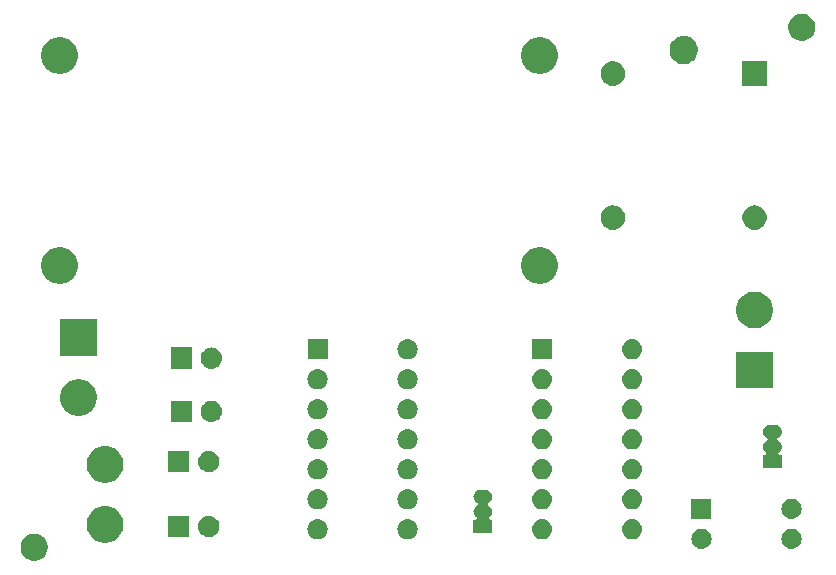
<source format=gbr>
G04 #@! TF.GenerationSoftware,KiCad,Pcbnew,(5.0.1)-3*
G04 #@! TF.CreationDate,2021-02-17T13:04:12+05:45*
G04 #@! TF.ProjectId,Logic-circuit,4C6F6769632D636972637569742E6B69,rev?*
G04 #@! TF.SameCoordinates,Original*
G04 #@! TF.FileFunction,Soldermask,Bot*
G04 #@! TF.FilePolarity,Negative*
%FSLAX46Y46*%
G04 Gerber Fmt 4.6, Leading zero omitted, Abs format (unit mm)*
G04 Created by KiCad (PCBNEW (5.0.1)-3) date 2/17/2021 1:04:12 PM*
%MOMM*%
%LPD*%
G01*
G04 APERTURE LIST*
%ADD10C,0.100000*%
G04 APERTURE END LIST*
D10*
G36*
X59335734Y-92893232D02*
X59545202Y-92979996D01*
X59733723Y-93105962D01*
X59894038Y-93266277D01*
X60020004Y-93454798D01*
X60106768Y-93664266D01*
X60151000Y-93886635D01*
X60151000Y-94113365D01*
X60106768Y-94335734D01*
X60020004Y-94545202D01*
X59894038Y-94733723D01*
X59733723Y-94894038D01*
X59545202Y-95020004D01*
X59335734Y-95106768D01*
X59113365Y-95151000D01*
X58886635Y-95151000D01*
X58664266Y-95106768D01*
X58454798Y-95020004D01*
X58266277Y-94894038D01*
X58105962Y-94733723D01*
X57979996Y-94545202D01*
X57893232Y-94335734D01*
X57849000Y-94113365D01*
X57849000Y-93886635D01*
X57893232Y-93664266D01*
X57979996Y-93454798D01*
X58105962Y-93266277D01*
X58266277Y-93105962D01*
X58454798Y-92979996D01*
X58664266Y-92893232D01*
X58886635Y-92849000D01*
X59113365Y-92849000D01*
X59335734Y-92893232D01*
X59335734Y-92893232D01*
G37*
G36*
X123286821Y-92451313D02*
X123286824Y-92451314D01*
X123286825Y-92451314D01*
X123447239Y-92499975D01*
X123447241Y-92499976D01*
X123447244Y-92499977D01*
X123595078Y-92578995D01*
X123724659Y-92685341D01*
X123831005Y-92814922D01*
X123910023Y-92962756D01*
X123910024Y-92962759D01*
X123910025Y-92962761D01*
X123942163Y-93068707D01*
X123958687Y-93123179D01*
X123975117Y-93290000D01*
X123958687Y-93456821D01*
X123910023Y-93617244D01*
X123831005Y-93765078D01*
X123724659Y-93894659D01*
X123595078Y-94001005D01*
X123447244Y-94080023D01*
X123447241Y-94080024D01*
X123447239Y-94080025D01*
X123286825Y-94128686D01*
X123286824Y-94128686D01*
X123286821Y-94128687D01*
X123161804Y-94141000D01*
X123078196Y-94141000D01*
X122953179Y-94128687D01*
X122953176Y-94128686D01*
X122953175Y-94128686D01*
X122792761Y-94080025D01*
X122792759Y-94080024D01*
X122792756Y-94080023D01*
X122644922Y-94001005D01*
X122515341Y-93894659D01*
X122408995Y-93765078D01*
X122329977Y-93617244D01*
X122281313Y-93456821D01*
X122264883Y-93290000D01*
X122281313Y-93123179D01*
X122297837Y-93068707D01*
X122329975Y-92962761D01*
X122329976Y-92962759D01*
X122329977Y-92962756D01*
X122408995Y-92814922D01*
X122515341Y-92685341D01*
X122644922Y-92578995D01*
X122792756Y-92499977D01*
X122792759Y-92499976D01*
X122792761Y-92499975D01*
X122953175Y-92451314D01*
X122953176Y-92451314D01*
X122953179Y-92451313D01*
X123078196Y-92439000D01*
X123161804Y-92439000D01*
X123286821Y-92451313D01*
X123286821Y-92451313D01*
G37*
G36*
X115666821Y-92451313D02*
X115666824Y-92451314D01*
X115666825Y-92451314D01*
X115827239Y-92499975D01*
X115827241Y-92499976D01*
X115827244Y-92499977D01*
X115975078Y-92578995D01*
X116104659Y-92685341D01*
X116211005Y-92814922D01*
X116290023Y-92962756D01*
X116290024Y-92962759D01*
X116290025Y-92962761D01*
X116322163Y-93068707D01*
X116338687Y-93123179D01*
X116355117Y-93290000D01*
X116338687Y-93456821D01*
X116290023Y-93617244D01*
X116211005Y-93765078D01*
X116104659Y-93894659D01*
X115975078Y-94001005D01*
X115827244Y-94080023D01*
X115827241Y-94080024D01*
X115827239Y-94080025D01*
X115666825Y-94128686D01*
X115666824Y-94128686D01*
X115666821Y-94128687D01*
X115541804Y-94141000D01*
X115458196Y-94141000D01*
X115333179Y-94128687D01*
X115333176Y-94128686D01*
X115333175Y-94128686D01*
X115172761Y-94080025D01*
X115172759Y-94080024D01*
X115172756Y-94080023D01*
X115024922Y-94001005D01*
X114895341Y-93894659D01*
X114788995Y-93765078D01*
X114709977Y-93617244D01*
X114661313Y-93456821D01*
X114644883Y-93290000D01*
X114661313Y-93123179D01*
X114677837Y-93068707D01*
X114709975Y-92962761D01*
X114709976Y-92962759D01*
X114709977Y-92962756D01*
X114788995Y-92814922D01*
X114895341Y-92685341D01*
X115024922Y-92578995D01*
X115172756Y-92499977D01*
X115172759Y-92499976D01*
X115172761Y-92499975D01*
X115333175Y-92451314D01*
X115333176Y-92451314D01*
X115333179Y-92451313D01*
X115458196Y-92439000D01*
X115541804Y-92439000D01*
X115666821Y-92451313D01*
X115666821Y-92451313D01*
G37*
G36*
X65281757Y-90554659D02*
X65452410Y-90588604D01*
X65734674Y-90705521D01*
X65988705Y-90875259D01*
X66204741Y-91091295D01*
X66374479Y-91345326D01*
X66491396Y-91627590D01*
X66505794Y-91699975D01*
X66551000Y-91927238D01*
X66551000Y-92232762D01*
X66533015Y-92323179D01*
X66491396Y-92532410D01*
X66374479Y-92814674D01*
X66204741Y-93068705D01*
X65988705Y-93284741D01*
X65734674Y-93454479D01*
X65452410Y-93571396D01*
X65352527Y-93591264D01*
X65152762Y-93631000D01*
X64847238Y-93631000D01*
X64647473Y-93591264D01*
X64547590Y-93571396D01*
X64265326Y-93454479D01*
X64011295Y-93284741D01*
X63795259Y-93068705D01*
X63625521Y-92814674D01*
X63508604Y-92532410D01*
X63466985Y-92323179D01*
X63449000Y-92232762D01*
X63449000Y-91927238D01*
X63494206Y-91699975D01*
X63508604Y-91627590D01*
X63625521Y-91345326D01*
X63795259Y-91091295D01*
X64011295Y-90875259D01*
X64265326Y-90705521D01*
X64547590Y-90588604D01*
X64718243Y-90554659D01*
X64847238Y-90529000D01*
X65152762Y-90529000D01*
X65281757Y-90554659D01*
X65281757Y-90554659D01*
G37*
G36*
X90786821Y-91651313D02*
X90786824Y-91651314D01*
X90786825Y-91651314D01*
X90947239Y-91699975D01*
X90947241Y-91699976D01*
X90947244Y-91699977D01*
X91095078Y-91778995D01*
X91224659Y-91885341D01*
X91331005Y-92014922D01*
X91410023Y-92162756D01*
X91410024Y-92162759D01*
X91410025Y-92162761D01*
X91458686Y-92323175D01*
X91458687Y-92323179D01*
X91475117Y-92490000D01*
X91458687Y-92656821D01*
X91458686Y-92656824D01*
X91458686Y-92656825D01*
X91410728Y-92814922D01*
X91410023Y-92817244D01*
X91331005Y-92965078D01*
X91224659Y-93094659D01*
X91095078Y-93201005D01*
X90947244Y-93280023D01*
X90947241Y-93280024D01*
X90947239Y-93280025D01*
X90786825Y-93328686D01*
X90786824Y-93328686D01*
X90786821Y-93328687D01*
X90661804Y-93341000D01*
X90578196Y-93341000D01*
X90453179Y-93328687D01*
X90453176Y-93328686D01*
X90453175Y-93328686D01*
X90292761Y-93280025D01*
X90292759Y-93280024D01*
X90292756Y-93280023D01*
X90144922Y-93201005D01*
X90015341Y-93094659D01*
X89908995Y-92965078D01*
X89829977Y-92817244D01*
X89829273Y-92814922D01*
X89781314Y-92656825D01*
X89781314Y-92656824D01*
X89781313Y-92656821D01*
X89764883Y-92490000D01*
X89781313Y-92323179D01*
X89781314Y-92323175D01*
X89829975Y-92162761D01*
X89829976Y-92162759D01*
X89829977Y-92162756D01*
X89908995Y-92014922D01*
X90015341Y-91885341D01*
X90144922Y-91778995D01*
X90292756Y-91699977D01*
X90292759Y-91699976D01*
X90292761Y-91699975D01*
X90453175Y-91651314D01*
X90453176Y-91651314D01*
X90453179Y-91651313D01*
X90578196Y-91639000D01*
X90661804Y-91639000D01*
X90786821Y-91651313D01*
X90786821Y-91651313D01*
G37*
G36*
X109786821Y-91651313D02*
X109786824Y-91651314D01*
X109786825Y-91651314D01*
X109947239Y-91699975D01*
X109947241Y-91699976D01*
X109947244Y-91699977D01*
X110095078Y-91778995D01*
X110224659Y-91885341D01*
X110331005Y-92014922D01*
X110410023Y-92162756D01*
X110410024Y-92162759D01*
X110410025Y-92162761D01*
X110458686Y-92323175D01*
X110458687Y-92323179D01*
X110475117Y-92490000D01*
X110458687Y-92656821D01*
X110458686Y-92656824D01*
X110458686Y-92656825D01*
X110410728Y-92814922D01*
X110410023Y-92817244D01*
X110331005Y-92965078D01*
X110224659Y-93094659D01*
X110095078Y-93201005D01*
X109947244Y-93280023D01*
X109947241Y-93280024D01*
X109947239Y-93280025D01*
X109786825Y-93328686D01*
X109786824Y-93328686D01*
X109786821Y-93328687D01*
X109661804Y-93341000D01*
X109578196Y-93341000D01*
X109453179Y-93328687D01*
X109453176Y-93328686D01*
X109453175Y-93328686D01*
X109292761Y-93280025D01*
X109292759Y-93280024D01*
X109292756Y-93280023D01*
X109144922Y-93201005D01*
X109015341Y-93094659D01*
X108908995Y-92965078D01*
X108829977Y-92817244D01*
X108829273Y-92814922D01*
X108781314Y-92656825D01*
X108781314Y-92656824D01*
X108781313Y-92656821D01*
X108764883Y-92490000D01*
X108781313Y-92323179D01*
X108781314Y-92323175D01*
X108829975Y-92162761D01*
X108829976Y-92162759D01*
X108829977Y-92162756D01*
X108908995Y-92014922D01*
X109015341Y-91885341D01*
X109144922Y-91778995D01*
X109292756Y-91699977D01*
X109292759Y-91699976D01*
X109292761Y-91699975D01*
X109453175Y-91651314D01*
X109453176Y-91651314D01*
X109453179Y-91651313D01*
X109578196Y-91639000D01*
X109661804Y-91639000D01*
X109786821Y-91651313D01*
X109786821Y-91651313D01*
G37*
G36*
X102166821Y-91651313D02*
X102166824Y-91651314D01*
X102166825Y-91651314D01*
X102327239Y-91699975D01*
X102327241Y-91699976D01*
X102327244Y-91699977D01*
X102475078Y-91778995D01*
X102604659Y-91885341D01*
X102711005Y-92014922D01*
X102790023Y-92162756D01*
X102790024Y-92162759D01*
X102790025Y-92162761D01*
X102838686Y-92323175D01*
X102838687Y-92323179D01*
X102855117Y-92490000D01*
X102838687Y-92656821D01*
X102838686Y-92656824D01*
X102838686Y-92656825D01*
X102790728Y-92814922D01*
X102790023Y-92817244D01*
X102711005Y-92965078D01*
X102604659Y-93094659D01*
X102475078Y-93201005D01*
X102327244Y-93280023D01*
X102327241Y-93280024D01*
X102327239Y-93280025D01*
X102166825Y-93328686D01*
X102166824Y-93328686D01*
X102166821Y-93328687D01*
X102041804Y-93341000D01*
X101958196Y-93341000D01*
X101833179Y-93328687D01*
X101833176Y-93328686D01*
X101833175Y-93328686D01*
X101672761Y-93280025D01*
X101672759Y-93280024D01*
X101672756Y-93280023D01*
X101524922Y-93201005D01*
X101395341Y-93094659D01*
X101288995Y-92965078D01*
X101209977Y-92817244D01*
X101209273Y-92814922D01*
X101161314Y-92656825D01*
X101161314Y-92656824D01*
X101161313Y-92656821D01*
X101144883Y-92490000D01*
X101161313Y-92323179D01*
X101161314Y-92323175D01*
X101209975Y-92162761D01*
X101209976Y-92162759D01*
X101209977Y-92162756D01*
X101288995Y-92014922D01*
X101395341Y-91885341D01*
X101524922Y-91778995D01*
X101672756Y-91699977D01*
X101672759Y-91699976D01*
X101672761Y-91699975D01*
X101833175Y-91651314D01*
X101833176Y-91651314D01*
X101833179Y-91651313D01*
X101958196Y-91639000D01*
X102041804Y-91639000D01*
X102166821Y-91651313D01*
X102166821Y-91651313D01*
G37*
G36*
X83166821Y-91651313D02*
X83166824Y-91651314D01*
X83166825Y-91651314D01*
X83327239Y-91699975D01*
X83327241Y-91699976D01*
X83327244Y-91699977D01*
X83475078Y-91778995D01*
X83604659Y-91885341D01*
X83711005Y-92014922D01*
X83790023Y-92162756D01*
X83790024Y-92162759D01*
X83790025Y-92162761D01*
X83838686Y-92323175D01*
X83838687Y-92323179D01*
X83855117Y-92490000D01*
X83838687Y-92656821D01*
X83838686Y-92656824D01*
X83838686Y-92656825D01*
X83790728Y-92814922D01*
X83790023Y-92817244D01*
X83711005Y-92965078D01*
X83604659Y-93094659D01*
X83475078Y-93201005D01*
X83327244Y-93280023D01*
X83327241Y-93280024D01*
X83327239Y-93280025D01*
X83166825Y-93328686D01*
X83166824Y-93328686D01*
X83166821Y-93328687D01*
X83041804Y-93341000D01*
X82958196Y-93341000D01*
X82833179Y-93328687D01*
X82833176Y-93328686D01*
X82833175Y-93328686D01*
X82672761Y-93280025D01*
X82672759Y-93280024D01*
X82672756Y-93280023D01*
X82524922Y-93201005D01*
X82395341Y-93094659D01*
X82288995Y-92965078D01*
X82209977Y-92817244D01*
X82209273Y-92814922D01*
X82161314Y-92656825D01*
X82161314Y-92656824D01*
X82161313Y-92656821D01*
X82144883Y-92490000D01*
X82161313Y-92323179D01*
X82161314Y-92323175D01*
X82209975Y-92162761D01*
X82209976Y-92162759D01*
X82209977Y-92162756D01*
X82288995Y-92014922D01*
X82395341Y-91885341D01*
X82524922Y-91778995D01*
X82672756Y-91699977D01*
X82672759Y-91699976D01*
X82672761Y-91699975D01*
X82833175Y-91651314D01*
X82833176Y-91651314D01*
X82833179Y-91651313D01*
X82958196Y-91639000D01*
X83041804Y-91639000D01*
X83166821Y-91651313D01*
X83166821Y-91651313D01*
G37*
G36*
X73891716Y-91354659D02*
X73966627Y-91362037D01*
X74079853Y-91396384D01*
X74136467Y-91413557D01*
X74241503Y-91469701D01*
X74292991Y-91497222D01*
X74311869Y-91512715D01*
X74430186Y-91609814D01*
X74482861Y-91674000D01*
X74542778Y-91747009D01*
X74542779Y-91747011D01*
X74626443Y-91903533D01*
X74626443Y-91903534D01*
X74677963Y-92073373D01*
X74695359Y-92250000D01*
X74677963Y-92426627D01*
X74645874Y-92532409D01*
X74626443Y-92596467D01*
X74594180Y-92656825D01*
X74542778Y-92752991D01*
X74513448Y-92788729D01*
X74430186Y-92890186D01*
X74341758Y-92962756D01*
X74292991Y-93002778D01*
X74292989Y-93002779D01*
X74136467Y-93086443D01*
X74079853Y-93103616D01*
X73966627Y-93137963D01*
X73900443Y-93144481D01*
X73834260Y-93151000D01*
X73745740Y-93151000D01*
X73679557Y-93144481D01*
X73613373Y-93137963D01*
X73500147Y-93103616D01*
X73443533Y-93086443D01*
X73287011Y-93002779D01*
X73287009Y-93002778D01*
X73238242Y-92962756D01*
X73149814Y-92890186D01*
X73066552Y-92788729D01*
X73037222Y-92752991D01*
X72985820Y-92656825D01*
X72953557Y-92596467D01*
X72934126Y-92532409D01*
X72902037Y-92426627D01*
X72884641Y-92250000D01*
X72902037Y-92073373D01*
X72953557Y-91903534D01*
X72953557Y-91903533D01*
X73037221Y-91747011D01*
X73037222Y-91747009D01*
X73097139Y-91674000D01*
X73149814Y-91609814D01*
X73268131Y-91512715D01*
X73287009Y-91497222D01*
X73338497Y-91469701D01*
X73443533Y-91413557D01*
X73500147Y-91396384D01*
X73613373Y-91362037D01*
X73688284Y-91354659D01*
X73745740Y-91349000D01*
X73834260Y-91349000D01*
X73891716Y-91354659D01*
X73891716Y-91354659D01*
G37*
G36*
X72151000Y-93151000D02*
X70349000Y-93151000D01*
X70349000Y-91349000D01*
X72151000Y-91349000D01*
X72151000Y-93151000D01*
X72151000Y-93151000D01*
G37*
G36*
X97337916Y-89142334D02*
X97446492Y-89175271D01*
X97546557Y-89228756D01*
X97634264Y-89300736D01*
X97706244Y-89388443D01*
X97759729Y-89488508D01*
X97792666Y-89597084D01*
X97803787Y-89710000D01*
X97792666Y-89822916D01*
X97759729Y-89931492D01*
X97706244Y-90031557D01*
X97634264Y-90119264D01*
X97546557Y-90191244D01*
X97465143Y-90234760D01*
X97444768Y-90248373D01*
X97427441Y-90265701D01*
X97413827Y-90286075D01*
X97404450Y-90308714D01*
X97399669Y-90332747D01*
X97399669Y-90357252D01*
X97404449Y-90381285D01*
X97413827Y-90403924D01*
X97427440Y-90424299D01*
X97444768Y-90441626D01*
X97465143Y-90455240D01*
X97546557Y-90498756D01*
X97634264Y-90570736D01*
X97706244Y-90658443D01*
X97759729Y-90758508D01*
X97792666Y-90867084D01*
X97803787Y-90980000D01*
X97792666Y-91092916D01*
X97759729Y-91201492D01*
X97759726Y-91201497D01*
X97706244Y-91301557D01*
X97634264Y-91389264D01*
X97557365Y-91452374D01*
X97540038Y-91469701D01*
X97526424Y-91490076D01*
X97517046Y-91512715D01*
X97512266Y-91536748D01*
X97512266Y-91561252D01*
X97517047Y-91585286D01*
X97526424Y-91607925D01*
X97540038Y-91628299D01*
X97557365Y-91645626D01*
X97577740Y-91659240D01*
X97600379Y-91668618D01*
X97636664Y-91674000D01*
X97801000Y-91674000D01*
X97801000Y-92826000D01*
X96199000Y-92826000D01*
X96199000Y-91674000D01*
X96363336Y-91674000D01*
X96387722Y-91671598D01*
X96411171Y-91664485D01*
X96432782Y-91652934D01*
X96451724Y-91637388D01*
X96467270Y-91618446D01*
X96478821Y-91596835D01*
X96485934Y-91573386D01*
X96488336Y-91549000D01*
X96485934Y-91524614D01*
X96478821Y-91501165D01*
X96467270Y-91479554D01*
X96442635Y-91452374D01*
X96365736Y-91389264D01*
X96293756Y-91301557D01*
X96240274Y-91201497D01*
X96240271Y-91201492D01*
X96207334Y-91092916D01*
X96196213Y-90980000D01*
X96207334Y-90867084D01*
X96240271Y-90758508D01*
X96293756Y-90658443D01*
X96365736Y-90570736D01*
X96453443Y-90498756D01*
X96534857Y-90455240D01*
X96555232Y-90441627D01*
X96572559Y-90424299D01*
X96586173Y-90403925D01*
X96595550Y-90381286D01*
X96600331Y-90357253D01*
X96600331Y-90332748D01*
X96595551Y-90308715D01*
X96586173Y-90286076D01*
X96572560Y-90265701D01*
X96555232Y-90248374D01*
X96534857Y-90234760D01*
X96453443Y-90191244D01*
X96365736Y-90119264D01*
X96293756Y-90031557D01*
X96240271Y-89931492D01*
X96207334Y-89822916D01*
X96196213Y-89710000D01*
X96207334Y-89597084D01*
X96240271Y-89488508D01*
X96293756Y-89388443D01*
X96365736Y-89300736D01*
X96453443Y-89228756D01*
X96553508Y-89175271D01*
X96662084Y-89142334D01*
X96746702Y-89134000D01*
X97253298Y-89134000D01*
X97337916Y-89142334D01*
X97337916Y-89142334D01*
G37*
G36*
X123286821Y-89911313D02*
X123286824Y-89911314D01*
X123286825Y-89911314D01*
X123447239Y-89959975D01*
X123447241Y-89959976D01*
X123447244Y-89959977D01*
X123595078Y-90038995D01*
X123724659Y-90145341D01*
X123831005Y-90274922D01*
X123910023Y-90422756D01*
X123910024Y-90422759D01*
X123910025Y-90422761D01*
X123958686Y-90583175D01*
X123958687Y-90583179D01*
X123975117Y-90750000D01*
X123958687Y-90916821D01*
X123910023Y-91077244D01*
X123831005Y-91225078D01*
X123724659Y-91354659D01*
X123595078Y-91461005D01*
X123447244Y-91540023D01*
X123447241Y-91540024D01*
X123447239Y-91540025D01*
X123286825Y-91588686D01*
X123286824Y-91588686D01*
X123286821Y-91588687D01*
X123161804Y-91601000D01*
X123078196Y-91601000D01*
X122953179Y-91588687D01*
X122953176Y-91588686D01*
X122953175Y-91588686D01*
X122792761Y-91540025D01*
X122792759Y-91540024D01*
X122792756Y-91540023D01*
X122644922Y-91461005D01*
X122515341Y-91354659D01*
X122408995Y-91225078D01*
X122329977Y-91077244D01*
X122281313Y-90916821D01*
X122264883Y-90750000D01*
X122281313Y-90583179D01*
X122281314Y-90583175D01*
X122329975Y-90422761D01*
X122329976Y-90422759D01*
X122329977Y-90422756D01*
X122408995Y-90274922D01*
X122515341Y-90145341D01*
X122644922Y-90038995D01*
X122792756Y-89959977D01*
X122792759Y-89959976D01*
X122792761Y-89959975D01*
X122953175Y-89911314D01*
X122953176Y-89911314D01*
X122953179Y-89911313D01*
X123078196Y-89899000D01*
X123161804Y-89899000D01*
X123286821Y-89911313D01*
X123286821Y-89911313D01*
G37*
G36*
X116351000Y-91601000D02*
X114649000Y-91601000D01*
X114649000Y-89899000D01*
X116351000Y-89899000D01*
X116351000Y-91601000D01*
X116351000Y-91601000D01*
G37*
G36*
X83166821Y-89111313D02*
X83166824Y-89111314D01*
X83166825Y-89111314D01*
X83327239Y-89159975D01*
X83327241Y-89159976D01*
X83327244Y-89159977D01*
X83475078Y-89238995D01*
X83604659Y-89345341D01*
X83711005Y-89474922D01*
X83790023Y-89622756D01*
X83790024Y-89622759D01*
X83790025Y-89622761D01*
X83838686Y-89783175D01*
X83838687Y-89783179D01*
X83855117Y-89950000D01*
X83838687Y-90116821D01*
X83838686Y-90116824D01*
X83838686Y-90116825D01*
X83790728Y-90274922D01*
X83790023Y-90277244D01*
X83711005Y-90425078D01*
X83604659Y-90554659D01*
X83475078Y-90661005D01*
X83327244Y-90740023D01*
X83327241Y-90740024D01*
X83327239Y-90740025D01*
X83166825Y-90788686D01*
X83166824Y-90788686D01*
X83166821Y-90788687D01*
X83041804Y-90801000D01*
X82958196Y-90801000D01*
X82833179Y-90788687D01*
X82833176Y-90788686D01*
X82833175Y-90788686D01*
X82672761Y-90740025D01*
X82672759Y-90740024D01*
X82672756Y-90740023D01*
X82524922Y-90661005D01*
X82395341Y-90554659D01*
X82288995Y-90425078D01*
X82209977Y-90277244D01*
X82209273Y-90274922D01*
X82161314Y-90116825D01*
X82161314Y-90116824D01*
X82161313Y-90116821D01*
X82144883Y-89950000D01*
X82161313Y-89783179D01*
X82161314Y-89783175D01*
X82209975Y-89622761D01*
X82209976Y-89622759D01*
X82209977Y-89622756D01*
X82288995Y-89474922D01*
X82395341Y-89345341D01*
X82524922Y-89238995D01*
X82672756Y-89159977D01*
X82672759Y-89159976D01*
X82672761Y-89159975D01*
X82833175Y-89111314D01*
X82833176Y-89111314D01*
X82833179Y-89111313D01*
X82958196Y-89099000D01*
X83041804Y-89099000D01*
X83166821Y-89111313D01*
X83166821Y-89111313D01*
G37*
G36*
X102166821Y-89111313D02*
X102166824Y-89111314D01*
X102166825Y-89111314D01*
X102327239Y-89159975D01*
X102327241Y-89159976D01*
X102327244Y-89159977D01*
X102475078Y-89238995D01*
X102604659Y-89345341D01*
X102711005Y-89474922D01*
X102790023Y-89622756D01*
X102790024Y-89622759D01*
X102790025Y-89622761D01*
X102838686Y-89783175D01*
X102838687Y-89783179D01*
X102855117Y-89950000D01*
X102838687Y-90116821D01*
X102838686Y-90116824D01*
X102838686Y-90116825D01*
X102790728Y-90274922D01*
X102790023Y-90277244D01*
X102711005Y-90425078D01*
X102604659Y-90554659D01*
X102475078Y-90661005D01*
X102327244Y-90740023D01*
X102327241Y-90740024D01*
X102327239Y-90740025D01*
X102166825Y-90788686D01*
X102166824Y-90788686D01*
X102166821Y-90788687D01*
X102041804Y-90801000D01*
X101958196Y-90801000D01*
X101833179Y-90788687D01*
X101833176Y-90788686D01*
X101833175Y-90788686D01*
X101672761Y-90740025D01*
X101672759Y-90740024D01*
X101672756Y-90740023D01*
X101524922Y-90661005D01*
X101395341Y-90554659D01*
X101288995Y-90425078D01*
X101209977Y-90277244D01*
X101209273Y-90274922D01*
X101161314Y-90116825D01*
X101161314Y-90116824D01*
X101161313Y-90116821D01*
X101144883Y-89950000D01*
X101161313Y-89783179D01*
X101161314Y-89783175D01*
X101209975Y-89622761D01*
X101209976Y-89622759D01*
X101209977Y-89622756D01*
X101288995Y-89474922D01*
X101395341Y-89345341D01*
X101524922Y-89238995D01*
X101672756Y-89159977D01*
X101672759Y-89159976D01*
X101672761Y-89159975D01*
X101833175Y-89111314D01*
X101833176Y-89111314D01*
X101833179Y-89111313D01*
X101958196Y-89099000D01*
X102041804Y-89099000D01*
X102166821Y-89111313D01*
X102166821Y-89111313D01*
G37*
G36*
X90786821Y-89111313D02*
X90786824Y-89111314D01*
X90786825Y-89111314D01*
X90947239Y-89159975D01*
X90947241Y-89159976D01*
X90947244Y-89159977D01*
X91095078Y-89238995D01*
X91224659Y-89345341D01*
X91331005Y-89474922D01*
X91410023Y-89622756D01*
X91410024Y-89622759D01*
X91410025Y-89622761D01*
X91458686Y-89783175D01*
X91458687Y-89783179D01*
X91475117Y-89950000D01*
X91458687Y-90116821D01*
X91458686Y-90116824D01*
X91458686Y-90116825D01*
X91410728Y-90274922D01*
X91410023Y-90277244D01*
X91331005Y-90425078D01*
X91224659Y-90554659D01*
X91095078Y-90661005D01*
X90947244Y-90740023D01*
X90947241Y-90740024D01*
X90947239Y-90740025D01*
X90786825Y-90788686D01*
X90786824Y-90788686D01*
X90786821Y-90788687D01*
X90661804Y-90801000D01*
X90578196Y-90801000D01*
X90453179Y-90788687D01*
X90453176Y-90788686D01*
X90453175Y-90788686D01*
X90292761Y-90740025D01*
X90292759Y-90740024D01*
X90292756Y-90740023D01*
X90144922Y-90661005D01*
X90015341Y-90554659D01*
X89908995Y-90425078D01*
X89829977Y-90277244D01*
X89829273Y-90274922D01*
X89781314Y-90116825D01*
X89781314Y-90116824D01*
X89781313Y-90116821D01*
X89764883Y-89950000D01*
X89781313Y-89783179D01*
X89781314Y-89783175D01*
X89829975Y-89622761D01*
X89829976Y-89622759D01*
X89829977Y-89622756D01*
X89908995Y-89474922D01*
X90015341Y-89345341D01*
X90144922Y-89238995D01*
X90292756Y-89159977D01*
X90292759Y-89159976D01*
X90292761Y-89159975D01*
X90453175Y-89111314D01*
X90453176Y-89111314D01*
X90453179Y-89111313D01*
X90578196Y-89099000D01*
X90661804Y-89099000D01*
X90786821Y-89111313D01*
X90786821Y-89111313D01*
G37*
G36*
X109786821Y-89111313D02*
X109786824Y-89111314D01*
X109786825Y-89111314D01*
X109947239Y-89159975D01*
X109947241Y-89159976D01*
X109947244Y-89159977D01*
X110095078Y-89238995D01*
X110224659Y-89345341D01*
X110331005Y-89474922D01*
X110410023Y-89622756D01*
X110410024Y-89622759D01*
X110410025Y-89622761D01*
X110458686Y-89783175D01*
X110458687Y-89783179D01*
X110475117Y-89950000D01*
X110458687Y-90116821D01*
X110458686Y-90116824D01*
X110458686Y-90116825D01*
X110410728Y-90274922D01*
X110410023Y-90277244D01*
X110331005Y-90425078D01*
X110224659Y-90554659D01*
X110095078Y-90661005D01*
X109947244Y-90740023D01*
X109947241Y-90740024D01*
X109947239Y-90740025D01*
X109786825Y-90788686D01*
X109786824Y-90788686D01*
X109786821Y-90788687D01*
X109661804Y-90801000D01*
X109578196Y-90801000D01*
X109453179Y-90788687D01*
X109453176Y-90788686D01*
X109453175Y-90788686D01*
X109292761Y-90740025D01*
X109292759Y-90740024D01*
X109292756Y-90740023D01*
X109144922Y-90661005D01*
X109015341Y-90554659D01*
X108908995Y-90425078D01*
X108829977Y-90277244D01*
X108829273Y-90274922D01*
X108781314Y-90116825D01*
X108781314Y-90116824D01*
X108781313Y-90116821D01*
X108764883Y-89950000D01*
X108781313Y-89783179D01*
X108781314Y-89783175D01*
X108829975Y-89622761D01*
X108829976Y-89622759D01*
X108829977Y-89622756D01*
X108908995Y-89474922D01*
X109015341Y-89345341D01*
X109144922Y-89238995D01*
X109292756Y-89159977D01*
X109292759Y-89159976D01*
X109292761Y-89159975D01*
X109453175Y-89111314D01*
X109453176Y-89111314D01*
X109453179Y-89111313D01*
X109578196Y-89099000D01*
X109661804Y-89099000D01*
X109786821Y-89111313D01*
X109786821Y-89111313D01*
G37*
G36*
X65281757Y-85474659D02*
X65452410Y-85508604D01*
X65734674Y-85625521D01*
X65988705Y-85795259D01*
X66204741Y-86011295D01*
X66374479Y-86265326D01*
X66491396Y-86547590D01*
X66496525Y-86573375D01*
X66551000Y-86847238D01*
X66551000Y-87152762D01*
X66511264Y-87352527D01*
X66491396Y-87452410D01*
X66374479Y-87734674D01*
X66204741Y-87988705D01*
X65988705Y-88204741D01*
X65734674Y-88374479D01*
X65452410Y-88491396D01*
X65352527Y-88511264D01*
X65152762Y-88551000D01*
X64847238Y-88551000D01*
X64647473Y-88511264D01*
X64547590Y-88491396D01*
X64265326Y-88374479D01*
X64011295Y-88204741D01*
X63795259Y-87988705D01*
X63625521Y-87734674D01*
X63508604Y-87452410D01*
X63488736Y-87352527D01*
X63449000Y-87152762D01*
X63449000Y-86847238D01*
X63503475Y-86573375D01*
X63508604Y-86547590D01*
X63625521Y-86265326D01*
X63795259Y-86011295D01*
X64011295Y-85795259D01*
X64265326Y-85625521D01*
X64547590Y-85508604D01*
X64718243Y-85474659D01*
X64847238Y-85449000D01*
X65152762Y-85449000D01*
X65281757Y-85474659D01*
X65281757Y-85474659D01*
G37*
G36*
X109786821Y-86571313D02*
X109786824Y-86571314D01*
X109786825Y-86571314D01*
X109947239Y-86619975D01*
X109947241Y-86619976D01*
X109947244Y-86619977D01*
X110095078Y-86698995D01*
X110224659Y-86805341D01*
X110331005Y-86934922D01*
X110410023Y-87082756D01*
X110410024Y-87082759D01*
X110410025Y-87082761D01*
X110458686Y-87243175D01*
X110458687Y-87243179D01*
X110475117Y-87410000D01*
X110458687Y-87576821D01*
X110458686Y-87576824D01*
X110458686Y-87576825D01*
X110410804Y-87734672D01*
X110410023Y-87737244D01*
X110331005Y-87885078D01*
X110224659Y-88014659D01*
X110095078Y-88121005D01*
X109947244Y-88200023D01*
X109947241Y-88200024D01*
X109947239Y-88200025D01*
X109786825Y-88248686D01*
X109786824Y-88248686D01*
X109786821Y-88248687D01*
X109661804Y-88261000D01*
X109578196Y-88261000D01*
X109453179Y-88248687D01*
X109453176Y-88248686D01*
X109453175Y-88248686D01*
X109292761Y-88200025D01*
X109292759Y-88200024D01*
X109292756Y-88200023D01*
X109144922Y-88121005D01*
X109015341Y-88014659D01*
X108908995Y-87885078D01*
X108829977Y-87737244D01*
X108829197Y-87734672D01*
X108781314Y-87576825D01*
X108781314Y-87576824D01*
X108781313Y-87576821D01*
X108764883Y-87410000D01*
X108781313Y-87243179D01*
X108781314Y-87243175D01*
X108829975Y-87082761D01*
X108829976Y-87082759D01*
X108829977Y-87082756D01*
X108908995Y-86934922D01*
X109015341Y-86805341D01*
X109144922Y-86698995D01*
X109292756Y-86619977D01*
X109292759Y-86619976D01*
X109292761Y-86619975D01*
X109453175Y-86571314D01*
X109453176Y-86571314D01*
X109453179Y-86571313D01*
X109578196Y-86559000D01*
X109661804Y-86559000D01*
X109786821Y-86571313D01*
X109786821Y-86571313D01*
G37*
G36*
X90786821Y-86571313D02*
X90786824Y-86571314D01*
X90786825Y-86571314D01*
X90947239Y-86619975D01*
X90947241Y-86619976D01*
X90947244Y-86619977D01*
X91095078Y-86698995D01*
X91224659Y-86805341D01*
X91331005Y-86934922D01*
X91410023Y-87082756D01*
X91410024Y-87082759D01*
X91410025Y-87082761D01*
X91458686Y-87243175D01*
X91458687Y-87243179D01*
X91475117Y-87410000D01*
X91458687Y-87576821D01*
X91458686Y-87576824D01*
X91458686Y-87576825D01*
X91410804Y-87734672D01*
X91410023Y-87737244D01*
X91331005Y-87885078D01*
X91224659Y-88014659D01*
X91095078Y-88121005D01*
X90947244Y-88200023D01*
X90947241Y-88200024D01*
X90947239Y-88200025D01*
X90786825Y-88248686D01*
X90786824Y-88248686D01*
X90786821Y-88248687D01*
X90661804Y-88261000D01*
X90578196Y-88261000D01*
X90453179Y-88248687D01*
X90453176Y-88248686D01*
X90453175Y-88248686D01*
X90292761Y-88200025D01*
X90292759Y-88200024D01*
X90292756Y-88200023D01*
X90144922Y-88121005D01*
X90015341Y-88014659D01*
X89908995Y-87885078D01*
X89829977Y-87737244D01*
X89829197Y-87734672D01*
X89781314Y-87576825D01*
X89781314Y-87576824D01*
X89781313Y-87576821D01*
X89764883Y-87410000D01*
X89781313Y-87243179D01*
X89781314Y-87243175D01*
X89829975Y-87082761D01*
X89829976Y-87082759D01*
X89829977Y-87082756D01*
X89908995Y-86934922D01*
X90015341Y-86805341D01*
X90144922Y-86698995D01*
X90292756Y-86619977D01*
X90292759Y-86619976D01*
X90292761Y-86619975D01*
X90453175Y-86571314D01*
X90453176Y-86571314D01*
X90453179Y-86571313D01*
X90578196Y-86559000D01*
X90661804Y-86559000D01*
X90786821Y-86571313D01*
X90786821Y-86571313D01*
G37*
G36*
X83166821Y-86571313D02*
X83166824Y-86571314D01*
X83166825Y-86571314D01*
X83327239Y-86619975D01*
X83327241Y-86619976D01*
X83327244Y-86619977D01*
X83475078Y-86698995D01*
X83604659Y-86805341D01*
X83711005Y-86934922D01*
X83790023Y-87082756D01*
X83790024Y-87082759D01*
X83790025Y-87082761D01*
X83838686Y-87243175D01*
X83838687Y-87243179D01*
X83855117Y-87410000D01*
X83838687Y-87576821D01*
X83838686Y-87576824D01*
X83838686Y-87576825D01*
X83790804Y-87734672D01*
X83790023Y-87737244D01*
X83711005Y-87885078D01*
X83604659Y-88014659D01*
X83475078Y-88121005D01*
X83327244Y-88200023D01*
X83327241Y-88200024D01*
X83327239Y-88200025D01*
X83166825Y-88248686D01*
X83166824Y-88248686D01*
X83166821Y-88248687D01*
X83041804Y-88261000D01*
X82958196Y-88261000D01*
X82833179Y-88248687D01*
X82833176Y-88248686D01*
X82833175Y-88248686D01*
X82672761Y-88200025D01*
X82672759Y-88200024D01*
X82672756Y-88200023D01*
X82524922Y-88121005D01*
X82395341Y-88014659D01*
X82288995Y-87885078D01*
X82209977Y-87737244D01*
X82209197Y-87734672D01*
X82161314Y-87576825D01*
X82161314Y-87576824D01*
X82161313Y-87576821D01*
X82144883Y-87410000D01*
X82161313Y-87243179D01*
X82161314Y-87243175D01*
X82209975Y-87082761D01*
X82209976Y-87082759D01*
X82209977Y-87082756D01*
X82288995Y-86934922D01*
X82395341Y-86805341D01*
X82524922Y-86698995D01*
X82672756Y-86619977D01*
X82672759Y-86619976D01*
X82672761Y-86619975D01*
X82833175Y-86571314D01*
X82833176Y-86571314D01*
X82833179Y-86571313D01*
X82958196Y-86559000D01*
X83041804Y-86559000D01*
X83166821Y-86571313D01*
X83166821Y-86571313D01*
G37*
G36*
X102166821Y-86571313D02*
X102166824Y-86571314D01*
X102166825Y-86571314D01*
X102327239Y-86619975D01*
X102327241Y-86619976D01*
X102327244Y-86619977D01*
X102475078Y-86698995D01*
X102604659Y-86805341D01*
X102711005Y-86934922D01*
X102790023Y-87082756D01*
X102790024Y-87082759D01*
X102790025Y-87082761D01*
X102838686Y-87243175D01*
X102838687Y-87243179D01*
X102855117Y-87410000D01*
X102838687Y-87576821D01*
X102838686Y-87576824D01*
X102838686Y-87576825D01*
X102790804Y-87734672D01*
X102790023Y-87737244D01*
X102711005Y-87885078D01*
X102604659Y-88014659D01*
X102475078Y-88121005D01*
X102327244Y-88200023D01*
X102327241Y-88200024D01*
X102327239Y-88200025D01*
X102166825Y-88248686D01*
X102166824Y-88248686D01*
X102166821Y-88248687D01*
X102041804Y-88261000D01*
X101958196Y-88261000D01*
X101833179Y-88248687D01*
X101833176Y-88248686D01*
X101833175Y-88248686D01*
X101672761Y-88200025D01*
X101672759Y-88200024D01*
X101672756Y-88200023D01*
X101524922Y-88121005D01*
X101395341Y-88014659D01*
X101288995Y-87885078D01*
X101209977Y-87737244D01*
X101209197Y-87734672D01*
X101161314Y-87576825D01*
X101161314Y-87576824D01*
X101161313Y-87576821D01*
X101144883Y-87410000D01*
X101161313Y-87243179D01*
X101161314Y-87243175D01*
X101209975Y-87082761D01*
X101209976Y-87082759D01*
X101209977Y-87082756D01*
X101288995Y-86934922D01*
X101395341Y-86805341D01*
X101524922Y-86698995D01*
X101672756Y-86619977D01*
X101672759Y-86619976D01*
X101672761Y-86619975D01*
X101833175Y-86571314D01*
X101833176Y-86571314D01*
X101833179Y-86571313D01*
X101958196Y-86559000D01*
X102041804Y-86559000D01*
X102166821Y-86571313D01*
X102166821Y-86571313D01*
G37*
G36*
X72151000Y-87651000D02*
X70349000Y-87651000D01*
X70349000Y-85849000D01*
X72151000Y-85849000D01*
X72151000Y-87651000D01*
X72151000Y-87651000D01*
G37*
G36*
X73900442Y-85855518D02*
X73966627Y-85862037D01*
X74079853Y-85896384D01*
X74136467Y-85913557D01*
X74241503Y-85969701D01*
X74292991Y-85997222D01*
X74311869Y-86012715D01*
X74430186Y-86109814D01*
X74482861Y-86174000D01*
X74542778Y-86247009D01*
X74542779Y-86247011D01*
X74626443Y-86403533D01*
X74626443Y-86403534D01*
X74677963Y-86573373D01*
X74695359Y-86750000D01*
X74677963Y-86926627D01*
X74643616Y-87039853D01*
X74626443Y-87096467D01*
X74596353Y-87152760D01*
X74542778Y-87252991D01*
X74513448Y-87288729D01*
X74430186Y-87390186D01*
X74328729Y-87473448D01*
X74292991Y-87502778D01*
X74292989Y-87502779D01*
X74136467Y-87586443D01*
X74079853Y-87603616D01*
X73966627Y-87637963D01*
X73900442Y-87644482D01*
X73834260Y-87651000D01*
X73745740Y-87651000D01*
X73679558Y-87644482D01*
X73613373Y-87637963D01*
X73500147Y-87603616D01*
X73443533Y-87586443D01*
X73287011Y-87502779D01*
X73287009Y-87502778D01*
X73251271Y-87473448D01*
X73149814Y-87390186D01*
X73066552Y-87288729D01*
X73037222Y-87252991D01*
X72983647Y-87152760D01*
X72953557Y-87096467D01*
X72936384Y-87039853D01*
X72902037Y-86926627D01*
X72884641Y-86750000D01*
X72902037Y-86573373D01*
X72953557Y-86403534D01*
X72953557Y-86403533D01*
X73037221Y-86247011D01*
X73037222Y-86247009D01*
X73097139Y-86174000D01*
X73149814Y-86109814D01*
X73268131Y-86012715D01*
X73287009Y-85997222D01*
X73338497Y-85969701D01*
X73443533Y-85913557D01*
X73500147Y-85896384D01*
X73613373Y-85862037D01*
X73679558Y-85855518D01*
X73745740Y-85849000D01*
X73834260Y-85849000D01*
X73900442Y-85855518D01*
X73900442Y-85855518D01*
G37*
G36*
X121837916Y-83642334D02*
X121946492Y-83675271D01*
X122046557Y-83728756D01*
X122134264Y-83800736D01*
X122206244Y-83888443D01*
X122259729Y-83988508D01*
X122292666Y-84097084D01*
X122303787Y-84210000D01*
X122292666Y-84322916D01*
X122259729Y-84431492D01*
X122259726Y-84431497D01*
X122206244Y-84531557D01*
X122134264Y-84619264D01*
X122046557Y-84691244D01*
X121965143Y-84734760D01*
X121944768Y-84748373D01*
X121927441Y-84765701D01*
X121913827Y-84786075D01*
X121904450Y-84808714D01*
X121899669Y-84832747D01*
X121899669Y-84857252D01*
X121904449Y-84881285D01*
X121913827Y-84903924D01*
X121927440Y-84924299D01*
X121944768Y-84941626D01*
X121965143Y-84955240D01*
X122046557Y-84998756D01*
X122134264Y-85070736D01*
X122206244Y-85158443D01*
X122259729Y-85258508D01*
X122292666Y-85367084D01*
X122303787Y-85480000D01*
X122292666Y-85592916D01*
X122259729Y-85701492D01*
X122255883Y-85708687D01*
X122206244Y-85801557D01*
X122134264Y-85889264D01*
X122057365Y-85952374D01*
X122040038Y-85969701D01*
X122026424Y-85990076D01*
X122017046Y-86012715D01*
X122012266Y-86036748D01*
X122012266Y-86061252D01*
X122017047Y-86085286D01*
X122026424Y-86107925D01*
X122040038Y-86128299D01*
X122057365Y-86145626D01*
X122077740Y-86159240D01*
X122100379Y-86168618D01*
X122136664Y-86174000D01*
X122301000Y-86174000D01*
X122301000Y-87326000D01*
X120699000Y-87326000D01*
X120699000Y-86174000D01*
X120863336Y-86174000D01*
X120887722Y-86171598D01*
X120911171Y-86164485D01*
X120932782Y-86152934D01*
X120951724Y-86137388D01*
X120967270Y-86118446D01*
X120978821Y-86096835D01*
X120985934Y-86073386D01*
X120988336Y-86049000D01*
X120985934Y-86024614D01*
X120978821Y-86001165D01*
X120967270Y-85979554D01*
X120942635Y-85952374D01*
X120865736Y-85889264D01*
X120793756Y-85801557D01*
X120744117Y-85708687D01*
X120740271Y-85701492D01*
X120707334Y-85592916D01*
X120696213Y-85480000D01*
X120707334Y-85367084D01*
X120740271Y-85258508D01*
X120793756Y-85158443D01*
X120865736Y-85070736D01*
X120953443Y-84998756D01*
X121034857Y-84955240D01*
X121055232Y-84941627D01*
X121072559Y-84924299D01*
X121086173Y-84903925D01*
X121095550Y-84881286D01*
X121100331Y-84857253D01*
X121100331Y-84832748D01*
X121095551Y-84808715D01*
X121086173Y-84786076D01*
X121072560Y-84765701D01*
X121055232Y-84748374D01*
X121034857Y-84734760D01*
X120953443Y-84691244D01*
X120865736Y-84619264D01*
X120793756Y-84531557D01*
X120740274Y-84431497D01*
X120740271Y-84431492D01*
X120707334Y-84322916D01*
X120696213Y-84210000D01*
X120707334Y-84097084D01*
X120740271Y-83988508D01*
X120793756Y-83888443D01*
X120865736Y-83800736D01*
X120953443Y-83728756D01*
X121053508Y-83675271D01*
X121162084Y-83642334D01*
X121246702Y-83634000D01*
X121753298Y-83634000D01*
X121837916Y-83642334D01*
X121837916Y-83642334D01*
G37*
G36*
X83166821Y-84031313D02*
X83166824Y-84031314D01*
X83166825Y-84031314D01*
X83327239Y-84079975D01*
X83327241Y-84079976D01*
X83327244Y-84079977D01*
X83475078Y-84158995D01*
X83604659Y-84265341D01*
X83711005Y-84394922D01*
X83790023Y-84542756D01*
X83838687Y-84703179D01*
X83855117Y-84870000D01*
X83838687Y-85036821D01*
X83838686Y-85036824D01*
X83838686Y-85036825D01*
X83801794Y-85158443D01*
X83790023Y-85197244D01*
X83711005Y-85345078D01*
X83604659Y-85474659D01*
X83475078Y-85581005D01*
X83327244Y-85660023D01*
X83327241Y-85660024D01*
X83327239Y-85660025D01*
X83166825Y-85708686D01*
X83166824Y-85708686D01*
X83166821Y-85708687D01*
X83041804Y-85721000D01*
X82958196Y-85721000D01*
X82833179Y-85708687D01*
X82833176Y-85708686D01*
X82833175Y-85708686D01*
X82672761Y-85660025D01*
X82672759Y-85660024D01*
X82672756Y-85660023D01*
X82524922Y-85581005D01*
X82395341Y-85474659D01*
X82288995Y-85345078D01*
X82209977Y-85197244D01*
X82198207Y-85158443D01*
X82161314Y-85036825D01*
X82161314Y-85036824D01*
X82161313Y-85036821D01*
X82144883Y-84870000D01*
X82161313Y-84703179D01*
X82209977Y-84542756D01*
X82288995Y-84394922D01*
X82395341Y-84265341D01*
X82524922Y-84158995D01*
X82672756Y-84079977D01*
X82672759Y-84079976D01*
X82672761Y-84079975D01*
X82833175Y-84031314D01*
X82833176Y-84031314D01*
X82833179Y-84031313D01*
X82958196Y-84019000D01*
X83041804Y-84019000D01*
X83166821Y-84031313D01*
X83166821Y-84031313D01*
G37*
G36*
X90786821Y-84031313D02*
X90786824Y-84031314D01*
X90786825Y-84031314D01*
X90947239Y-84079975D01*
X90947241Y-84079976D01*
X90947244Y-84079977D01*
X91095078Y-84158995D01*
X91224659Y-84265341D01*
X91331005Y-84394922D01*
X91410023Y-84542756D01*
X91458687Y-84703179D01*
X91475117Y-84870000D01*
X91458687Y-85036821D01*
X91458686Y-85036824D01*
X91458686Y-85036825D01*
X91421794Y-85158443D01*
X91410023Y-85197244D01*
X91331005Y-85345078D01*
X91224659Y-85474659D01*
X91095078Y-85581005D01*
X90947244Y-85660023D01*
X90947241Y-85660024D01*
X90947239Y-85660025D01*
X90786825Y-85708686D01*
X90786824Y-85708686D01*
X90786821Y-85708687D01*
X90661804Y-85721000D01*
X90578196Y-85721000D01*
X90453179Y-85708687D01*
X90453176Y-85708686D01*
X90453175Y-85708686D01*
X90292761Y-85660025D01*
X90292759Y-85660024D01*
X90292756Y-85660023D01*
X90144922Y-85581005D01*
X90015341Y-85474659D01*
X89908995Y-85345078D01*
X89829977Y-85197244D01*
X89818207Y-85158443D01*
X89781314Y-85036825D01*
X89781314Y-85036824D01*
X89781313Y-85036821D01*
X89764883Y-84870000D01*
X89781313Y-84703179D01*
X89829977Y-84542756D01*
X89908995Y-84394922D01*
X90015341Y-84265341D01*
X90144922Y-84158995D01*
X90292756Y-84079977D01*
X90292759Y-84079976D01*
X90292761Y-84079975D01*
X90453175Y-84031314D01*
X90453176Y-84031314D01*
X90453179Y-84031313D01*
X90578196Y-84019000D01*
X90661804Y-84019000D01*
X90786821Y-84031313D01*
X90786821Y-84031313D01*
G37*
G36*
X109786821Y-84031313D02*
X109786824Y-84031314D01*
X109786825Y-84031314D01*
X109947239Y-84079975D01*
X109947241Y-84079976D01*
X109947244Y-84079977D01*
X110095078Y-84158995D01*
X110224659Y-84265341D01*
X110331005Y-84394922D01*
X110410023Y-84542756D01*
X110458687Y-84703179D01*
X110475117Y-84870000D01*
X110458687Y-85036821D01*
X110458686Y-85036824D01*
X110458686Y-85036825D01*
X110421794Y-85158443D01*
X110410023Y-85197244D01*
X110331005Y-85345078D01*
X110224659Y-85474659D01*
X110095078Y-85581005D01*
X109947244Y-85660023D01*
X109947241Y-85660024D01*
X109947239Y-85660025D01*
X109786825Y-85708686D01*
X109786824Y-85708686D01*
X109786821Y-85708687D01*
X109661804Y-85721000D01*
X109578196Y-85721000D01*
X109453179Y-85708687D01*
X109453176Y-85708686D01*
X109453175Y-85708686D01*
X109292761Y-85660025D01*
X109292759Y-85660024D01*
X109292756Y-85660023D01*
X109144922Y-85581005D01*
X109015341Y-85474659D01*
X108908995Y-85345078D01*
X108829977Y-85197244D01*
X108818207Y-85158443D01*
X108781314Y-85036825D01*
X108781314Y-85036824D01*
X108781313Y-85036821D01*
X108764883Y-84870000D01*
X108781313Y-84703179D01*
X108829977Y-84542756D01*
X108908995Y-84394922D01*
X109015341Y-84265341D01*
X109144922Y-84158995D01*
X109292756Y-84079977D01*
X109292759Y-84079976D01*
X109292761Y-84079975D01*
X109453175Y-84031314D01*
X109453176Y-84031314D01*
X109453179Y-84031313D01*
X109578196Y-84019000D01*
X109661804Y-84019000D01*
X109786821Y-84031313D01*
X109786821Y-84031313D01*
G37*
G36*
X102166821Y-84031313D02*
X102166824Y-84031314D01*
X102166825Y-84031314D01*
X102327239Y-84079975D01*
X102327241Y-84079976D01*
X102327244Y-84079977D01*
X102475078Y-84158995D01*
X102604659Y-84265341D01*
X102711005Y-84394922D01*
X102790023Y-84542756D01*
X102838687Y-84703179D01*
X102855117Y-84870000D01*
X102838687Y-85036821D01*
X102838686Y-85036824D01*
X102838686Y-85036825D01*
X102801794Y-85158443D01*
X102790023Y-85197244D01*
X102711005Y-85345078D01*
X102604659Y-85474659D01*
X102475078Y-85581005D01*
X102327244Y-85660023D01*
X102327241Y-85660024D01*
X102327239Y-85660025D01*
X102166825Y-85708686D01*
X102166824Y-85708686D01*
X102166821Y-85708687D01*
X102041804Y-85721000D01*
X101958196Y-85721000D01*
X101833179Y-85708687D01*
X101833176Y-85708686D01*
X101833175Y-85708686D01*
X101672761Y-85660025D01*
X101672759Y-85660024D01*
X101672756Y-85660023D01*
X101524922Y-85581005D01*
X101395341Y-85474659D01*
X101288995Y-85345078D01*
X101209977Y-85197244D01*
X101198207Y-85158443D01*
X101161314Y-85036825D01*
X101161314Y-85036824D01*
X101161313Y-85036821D01*
X101144883Y-84870000D01*
X101161313Y-84703179D01*
X101209977Y-84542756D01*
X101288995Y-84394922D01*
X101395341Y-84265341D01*
X101524922Y-84158995D01*
X101672756Y-84079977D01*
X101672759Y-84079976D01*
X101672761Y-84079975D01*
X101833175Y-84031314D01*
X101833176Y-84031314D01*
X101833179Y-84031313D01*
X101958196Y-84019000D01*
X102041804Y-84019000D01*
X102166821Y-84031313D01*
X102166821Y-84031313D01*
G37*
G36*
X72361000Y-83401000D02*
X70559000Y-83401000D01*
X70559000Y-81599000D01*
X72361000Y-81599000D01*
X72361000Y-83401000D01*
X72361000Y-83401000D01*
G37*
G36*
X74110442Y-81605518D02*
X74176627Y-81612037D01*
X74289853Y-81646384D01*
X74346467Y-81663557D01*
X74462055Y-81725341D01*
X74502991Y-81747222D01*
X74538729Y-81776552D01*
X74640186Y-81859814D01*
X74723448Y-81961271D01*
X74752778Y-81997009D01*
X74762348Y-82014913D01*
X74836443Y-82153533D01*
X74836443Y-82153534D01*
X74887963Y-82323373D01*
X74905359Y-82500000D01*
X74887963Y-82676627D01*
X74879514Y-82704479D01*
X74836443Y-82846467D01*
X74762348Y-82985087D01*
X74752778Y-83002991D01*
X74723448Y-83038729D01*
X74640186Y-83140186D01*
X74538729Y-83223448D01*
X74502991Y-83252778D01*
X74502989Y-83252779D01*
X74346467Y-83336443D01*
X74289853Y-83353616D01*
X74176627Y-83387963D01*
X74110443Y-83394481D01*
X74044260Y-83401000D01*
X73955740Y-83401000D01*
X73889557Y-83394481D01*
X73823373Y-83387963D01*
X73710147Y-83353616D01*
X73653533Y-83336443D01*
X73497011Y-83252779D01*
X73497009Y-83252778D01*
X73461271Y-83223448D01*
X73359814Y-83140186D01*
X73276552Y-83038729D01*
X73247222Y-83002991D01*
X73237652Y-82985087D01*
X73163557Y-82846467D01*
X73120486Y-82704479D01*
X73112037Y-82676627D01*
X73094641Y-82500000D01*
X73112037Y-82323373D01*
X73163557Y-82153534D01*
X73163557Y-82153533D01*
X73237652Y-82014913D01*
X73247222Y-81997009D01*
X73276552Y-81961271D01*
X73359814Y-81859814D01*
X73461271Y-81776552D01*
X73497009Y-81747222D01*
X73537945Y-81725341D01*
X73653533Y-81663557D01*
X73710147Y-81646384D01*
X73823373Y-81612037D01*
X73889558Y-81605518D01*
X73955740Y-81599000D01*
X74044260Y-81599000D01*
X74110442Y-81605518D01*
X74110442Y-81605518D01*
G37*
G36*
X102166821Y-81491313D02*
X102166824Y-81491314D01*
X102166825Y-81491314D01*
X102327239Y-81539975D01*
X102327241Y-81539976D01*
X102327244Y-81539977D01*
X102475078Y-81618995D01*
X102604659Y-81725341D01*
X102711005Y-81854922D01*
X102790023Y-82002756D01*
X102838687Y-82163179D01*
X102855117Y-82330000D01*
X102838687Y-82496821D01*
X102790023Y-82657244D01*
X102711005Y-82805078D01*
X102604659Y-82934659D01*
X102475078Y-83041005D01*
X102327244Y-83120023D01*
X102327241Y-83120024D01*
X102327239Y-83120025D01*
X102166825Y-83168686D01*
X102166824Y-83168686D01*
X102166821Y-83168687D01*
X102041804Y-83181000D01*
X101958196Y-83181000D01*
X101833179Y-83168687D01*
X101833176Y-83168686D01*
X101833175Y-83168686D01*
X101672761Y-83120025D01*
X101672759Y-83120024D01*
X101672756Y-83120023D01*
X101524922Y-83041005D01*
X101395341Y-82934659D01*
X101288995Y-82805078D01*
X101209977Y-82657244D01*
X101161313Y-82496821D01*
X101144883Y-82330000D01*
X101161313Y-82163179D01*
X101209977Y-82002756D01*
X101288995Y-81854922D01*
X101395341Y-81725341D01*
X101524922Y-81618995D01*
X101672756Y-81539977D01*
X101672759Y-81539976D01*
X101672761Y-81539975D01*
X101833175Y-81491314D01*
X101833176Y-81491314D01*
X101833179Y-81491313D01*
X101958196Y-81479000D01*
X102041804Y-81479000D01*
X102166821Y-81491313D01*
X102166821Y-81491313D01*
G37*
G36*
X83166821Y-81491313D02*
X83166824Y-81491314D01*
X83166825Y-81491314D01*
X83327239Y-81539975D01*
X83327241Y-81539976D01*
X83327244Y-81539977D01*
X83475078Y-81618995D01*
X83604659Y-81725341D01*
X83711005Y-81854922D01*
X83790023Y-82002756D01*
X83838687Y-82163179D01*
X83855117Y-82330000D01*
X83838687Y-82496821D01*
X83790023Y-82657244D01*
X83711005Y-82805078D01*
X83604659Y-82934659D01*
X83475078Y-83041005D01*
X83327244Y-83120023D01*
X83327241Y-83120024D01*
X83327239Y-83120025D01*
X83166825Y-83168686D01*
X83166824Y-83168686D01*
X83166821Y-83168687D01*
X83041804Y-83181000D01*
X82958196Y-83181000D01*
X82833179Y-83168687D01*
X82833176Y-83168686D01*
X82833175Y-83168686D01*
X82672761Y-83120025D01*
X82672759Y-83120024D01*
X82672756Y-83120023D01*
X82524922Y-83041005D01*
X82395341Y-82934659D01*
X82288995Y-82805078D01*
X82209977Y-82657244D01*
X82161313Y-82496821D01*
X82144883Y-82330000D01*
X82161313Y-82163179D01*
X82209977Y-82002756D01*
X82288995Y-81854922D01*
X82395341Y-81725341D01*
X82524922Y-81618995D01*
X82672756Y-81539977D01*
X82672759Y-81539976D01*
X82672761Y-81539975D01*
X82833175Y-81491314D01*
X82833176Y-81491314D01*
X82833179Y-81491313D01*
X82958196Y-81479000D01*
X83041804Y-81479000D01*
X83166821Y-81491313D01*
X83166821Y-81491313D01*
G37*
G36*
X90786821Y-81491313D02*
X90786824Y-81491314D01*
X90786825Y-81491314D01*
X90947239Y-81539975D01*
X90947241Y-81539976D01*
X90947244Y-81539977D01*
X91095078Y-81618995D01*
X91224659Y-81725341D01*
X91331005Y-81854922D01*
X91410023Y-82002756D01*
X91458687Y-82163179D01*
X91475117Y-82330000D01*
X91458687Y-82496821D01*
X91410023Y-82657244D01*
X91331005Y-82805078D01*
X91224659Y-82934659D01*
X91095078Y-83041005D01*
X90947244Y-83120023D01*
X90947241Y-83120024D01*
X90947239Y-83120025D01*
X90786825Y-83168686D01*
X90786824Y-83168686D01*
X90786821Y-83168687D01*
X90661804Y-83181000D01*
X90578196Y-83181000D01*
X90453179Y-83168687D01*
X90453176Y-83168686D01*
X90453175Y-83168686D01*
X90292761Y-83120025D01*
X90292759Y-83120024D01*
X90292756Y-83120023D01*
X90144922Y-83041005D01*
X90015341Y-82934659D01*
X89908995Y-82805078D01*
X89829977Y-82657244D01*
X89781313Y-82496821D01*
X89764883Y-82330000D01*
X89781313Y-82163179D01*
X89829977Y-82002756D01*
X89908995Y-81854922D01*
X90015341Y-81725341D01*
X90144922Y-81618995D01*
X90292756Y-81539977D01*
X90292759Y-81539976D01*
X90292761Y-81539975D01*
X90453175Y-81491314D01*
X90453176Y-81491314D01*
X90453179Y-81491313D01*
X90578196Y-81479000D01*
X90661804Y-81479000D01*
X90786821Y-81491313D01*
X90786821Y-81491313D01*
G37*
G36*
X109786821Y-81491313D02*
X109786824Y-81491314D01*
X109786825Y-81491314D01*
X109947239Y-81539975D01*
X109947241Y-81539976D01*
X109947244Y-81539977D01*
X110095078Y-81618995D01*
X110224659Y-81725341D01*
X110331005Y-81854922D01*
X110410023Y-82002756D01*
X110458687Y-82163179D01*
X110475117Y-82330000D01*
X110458687Y-82496821D01*
X110410023Y-82657244D01*
X110331005Y-82805078D01*
X110224659Y-82934659D01*
X110095078Y-83041005D01*
X109947244Y-83120023D01*
X109947241Y-83120024D01*
X109947239Y-83120025D01*
X109786825Y-83168686D01*
X109786824Y-83168686D01*
X109786821Y-83168687D01*
X109661804Y-83181000D01*
X109578196Y-83181000D01*
X109453179Y-83168687D01*
X109453176Y-83168686D01*
X109453175Y-83168686D01*
X109292761Y-83120025D01*
X109292759Y-83120024D01*
X109292756Y-83120023D01*
X109144922Y-83041005D01*
X109015341Y-82934659D01*
X108908995Y-82805078D01*
X108829977Y-82657244D01*
X108781313Y-82496821D01*
X108764883Y-82330000D01*
X108781313Y-82163179D01*
X108829977Y-82002756D01*
X108908995Y-81854922D01*
X109015341Y-81725341D01*
X109144922Y-81618995D01*
X109292756Y-81539977D01*
X109292759Y-81539976D01*
X109292761Y-81539975D01*
X109453175Y-81491314D01*
X109453176Y-81491314D01*
X109453179Y-81491313D01*
X109578196Y-81479000D01*
X109661804Y-81479000D01*
X109786821Y-81491313D01*
X109786821Y-81491313D01*
G37*
G36*
X63102527Y-79818736D02*
X63202410Y-79838604D01*
X63484674Y-79955521D01*
X63738705Y-80125259D01*
X63954741Y-80341295D01*
X64124479Y-80595326D01*
X64241396Y-80877590D01*
X64241396Y-80877591D01*
X64301000Y-81177238D01*
X64301000Y-81482762D01*
X64275285Y-81612037D01*
X64241396Y-81782410D01*
X64124479Y-82064674D01*
X63954741Y-82318705D01*
X63738705Y-82534741D01*
X63484674Y-82704479D01*
X63202410Y-82821396D01*
X63102527Y-82841264D01*
X62902762Y-82881000D01*
X62597238Y-82881000D01*
X62397473Y-82841264D01*
X62297590Y-82821396D01*
X62015326Y-82704479D01*
X61761295Y-82534741D01*
X61545259Y-82318705D01*
X61375521Y-82064674D01*
X61258604Y-81782410D01*
X61224715Y-81612037D01*
X61199000Y-81482762D01*
X61199000Y-81177238D01*
X61258604Y-80877591D01*
X61258604Y-80877590D01*
X61375521Y-80595326D01*
X61545259Y-80341295D01*
X61761295Y-80125259D01*
X62015326Y-79955521D01*
X62297590Y-79838604D01*
X62397473Y-79818736D01*
X62597238Y-79779000D01*
X62902762Y-79779000D01*
X63102527Y-79818736D01*
X63102527Y-79818736D01*
G37*
G36*
X83166821Y-78951313D02*
X83166824Y-78951314D01*
X83166825Y-78951314D01*
X83327239Y-78999975D01*
X83327241Y-78999976D01*
X83327244Y-78999977D01*
X83475078Y-79078995D01*
X83604659Y-79185341D01*
X83711005Y-79314922D01*
X83790023Y-79462756D01*
X83838687Y-79623179D01*
X83855117Y-79790000D01*
X83838687Y-79956821D01*
X83790023Y-80117244D01*
X83711005Y-80265078D01*
X83604659Y-80394659D01*
X83475078Y-80501005D01*
X83327244Y-80580023D01*
X83327241Y-80580024D01*
X83327239Y-80580025D01*
X83166825Y-80628686D01*
X83166824Y-80628686D01*
X83166821Y-80628687D01*
X83041804Y-80641000D01*
X82958196Y-80641000D01*
X82833179Y-80628687D01*
X82833176Y-80628686D01*
X82833175Y-80628686D01*
X82672761Y-80580025D01*
X82672759Y-80580024D01*
X82672756Y-80580023D01*
X82524922Y-80501005D01*
X82395341Y-80394659D01*
X82288995Y-80265078D01*
X82209977Y-80117244D01*
X82161313Y-79956821D01*
X82144883Y-79790000D01*
X82161313Y-79623179D01*
X82209977Y-79462756D01*
X82288995Y-79314922D01*
X82395341Y-79185341D01*
X82524922Y-79078995D01*
X82672756Y-78999977D01*
X82672759Y-78999976D01*
X82672761Y-78999975D01*
X82833175Y-78951314D01*
X82833176Y-78951314D01*
X82833179Y-78951313D01*
X82958196Y-78939000D01*
X83041804Y-78939000D01*
X83166821Y-78951313D01*
X83166821Y-78951313D01*
G37*
G36*
X102166821Y-78951313D02*
X102166824Y-78951314D01*
X102166825Y-78951314D01*
X102327239Y-78999975D01*
X102327241Y-78999976D01*
X102327244Y-78999977D01*
X102475078Y-79078995D01*
X102604659Y-79185341D01*
X102711005Y-79314922D01*
X102790023Y-79462756D01*
X102838687Y-79623179D01*
X102855117Y-79790000D01*
X102838687Y-79956821D01*
X102790023Y-80117244D01*
X102711005Y-80265078D01*
X102604659Y-80394659D01*
X102475078Y-80501005D01*
X102327244Y-80580023D01*
X102327241Y-80580024D01*
X102327239Y-80580025D01*
X102166825Y-80628686D01*
X102166824Y-80628686D01*
X102166821Y-80628687D01*
X102041804Y-80641000D01*
X101958196Y-80641000D01*
X101833179Y-80628687D01*
X101833176Y-80628686D01*
X101833175Y-80628686D01*
X101672761Y-80580025D01*
X101672759Y-80580024D01*
X101672756Y-80580023D01*
X101524922Y-80501005D01*
X101395341Y-80394659D01*
X101288995Y-80265078D01*
X101209977Y-80117244D01*
X101161313Y-79956821D01*
X101144883Y-79790000D01*
X101161313Y-79623179D01*
X101209977Y-79462756D01*
X101288995Y-79314922D01*
X101395341Y-79185341D01*
X101524922Y-79078995D01*
X101672756Y-78999977D01*
X101672759Y-78999976D01*
X101672761Y-78999975D01*
X101833175Y-78951314D01*
X101833176Y-78951314D01*
X101833179Y-78951313D01*
X101958196Y-78939000D01*
X102041804Y-78939000D01*
X102166821Y-78951313D01*
X102166821Y-78951313D01*
G37*
G36*
X90786821Y-78951313D02*
X90786824Y-78951314D01*
X90786825Y-78951314D01*
X90947239Y-78999975D01*
X90947241Y-78999976D01*
X90947244Y-78999977D01*
X91095078Y-79078995D01*
X91224659Y-79185341D01*
X91331005Y-79314922D01*
X91410023Y-79462756D01*
X91458687Y-79623179D01*
X91475117Y-79790000D01*
X91458687Y-79956821D01*
X91410023Y-80117244D01*
X91331005Y-80265078D01*
X91224659Y-80394659D01*
X91095078Y-80501005D01*
X90947244Y-80580023D01*
X90947241Y-80580024D01*
X90947239Y-80580025D01*
X90786825Y-80628686D01*
X90786824Y-80628686D01*
X90786821Y-80628687D01*
X90661804Y-80641000D01*
X90578196Y-80641000D01*
X90453179Y-80628687D01*
X90453176Y-80628686D01*
X90453175Y-80628686D01*
X90292761Y-80580025D01*
X90292759Y-80580024D01*
X90292756Y-80580023D01*
X90144922Y-80501005D01*
X90015341Y-80394659D01*
X89908995Y-80265078D01*
X89829977Y-80117244D01*
X89781313Y-79956821D01*
X89764883Y-79790000D01*
X89781313Y-79623179D01*
X89829977Y-79462756D01*
X89908995Y-79314922D01*
X90015341Y-79185341D01*
X90144922Y-79078995D01*
X90292756Y-78999977D01*
X90292759Y-78999976D01*
X90292761Y-78999975D01*
X90453175Y-78951314D01*
X90453176Y-78951314D01*
X90453179Y-78951313D01*
X90578196Y-78939000D01*
X90661804Y-78939000D01*
X90786821Y-78951313D01*
X90786821Y-78951313D01*
G37*
G36*
X109786821Y-78951313D02*
X109786824Y-78951314D01*
X109786825Y-78951314D01*
X109947239Y-78999975D01*
X109947241Y-78999976D01*
X109947244Y-78999977D01*
X110095078Y-79078995D01*
X110224659Y-79185341D01*
X110331005Y-79314922D01*
X110410023Y-79462756D01*
X110458687Y-79623179D01*
X110475117Y-79790000D01*
X110458687Y-79956821D01*
X110410023Y-80117244D01*
X110331005Y-80265078D01*
X110224659Y-80394659D01*
X110095078Y-80501005D01*
X109947244Y-80580023D01*
X109947241Y-80580024D01*
X109947239Y-80580025D01*
X109786825Y-80628686D01*
X109786824Y-80628686D01*
X109786821Y-80628687D01*
X109661804Y-80641000D01*
X109578196Y-80641000D01*
X109453179Y-80628687D01*
X109453176Y-80628686D01*
X109453175Y-80628686D01*
X109292761Y-80580025D01*
X109292759Y-80580024D01*
X109292756Y-80580023D01*
X109144922Y-80501005D01*
X109015341Y-80394659D01*
X108908995Y-80265078D01*
X108829977Y-80117244D01*
X108781313Y-79956821D01*
X108764883Y-79790000D01*
X108781313Y-79623179D01*
X108829977Y-79462756D01*
X108908995Y-79314922D01*
X109015341Y-79185341D01*
X109144922Y-79078995D01*
X109292756Y-78999977D01*
X109292759Y-78999976D01*
X109292761Y-78999975D01*
X109453175Y-78951314D01*
X109453176Y-78951314D01*
X109453179Y-78951313D01*
X109578196Y-78939000D01*
X109661804Y-78939000D01*
X109786821Y-78951313D01*
X109786821Y-78951313D01*
G37*
G36*
X121551000Y-80551000D02*
X118449000Y-80551000D01*
X118449000Y-77449000D01*
X121551000Y-77449000D01*
X121551000Y-80551000D01*
X121551000Y-80551000D01*
G37*
G36*
X72361000Y-78901000D02*
X70559000Y-78901000D01*
X70559000Y-77099000D01*
X72361000Y-77099000D01*
X72361000Y-78901000D01*
X72361000Y-78901000D01*
G37*
G36*
X74110442Y-77105518D02*
X74176627Y-77112037D01*
X74289853Y-77146384D01*
X74346467Y-77163557D01*
X74485087Y-77237652D01*
X74502991Y-77247222D01*
X74538729Y-77276552D01*
X74640186Y-77359814D01*
X74713378Y-77449000D01*
X74752778Y-77497009D01*
X74752779Y-77497011D01*
X74836443Y-77653533D01*
X74836443Y-77653534D01*
X74887963Y-77823373D01*
X74905359Y-78000000D01*
X74887963Y-78176627D01*
X74853616Y-78289853D01*
X74836443Y-78346467D01*
X74762348Y-78485087D01*
X74752778Y-78502991D01*
X74723448Y-78538729D01*
X74640186Y-78640186D01*
X74538729Y-78723448D01*
X74502991Y-78752778D01*
X74502989Y-78752779D01*
X74346467Y-78836443D01*
X74289853Y-78853616D01*
X74176627Y-78887963D01*
X74110442Y-78894482D01*
X74044260Y-78901000D01*
X73955740Y-78901000D01*
X73889558Y-78894482D01*
X73823373Y-78887963D01*
X73710147Y-78853616D01*
X73653533Y-78836443D01*
X73497011Y-78752779D01*
X73497009Y-78752778D01*
X73461271Y-78723448D01*
X73359814Y-78640186D01*
X73276552Y-78538729D01*
X73247222Y-78502991D01*
X73237652Y-78485087D01*
X73163557Y-78346467D01*
X73146384Y-78289853D01*
X73112037Y-78176627D01*
X73094641Y-78000000D01*
X73112037Y-77823373D01*
X73163557Y-77653534D01*
X73163557Y-77653533D01*
X73247221Y-77497011D01*
X73247222Y-77497009D01*
X73286622Y-77449000D01*
X73359814Y-77359814D01*
X73461271Y-77276552D01*
X73497009Y-77247222D01*
X73514913Y-77237652D01*
X73653533Y-77163557D01*
X73710147Y-77146384D01*
X73823373Y-77112037D01*
X73889558Y-77105518D01*
X73955740Y-77099000D01*
X74044260Y-77099000D01*
X74110442Y-77105518D01*
X74110442Y-77105518D01*
G37*
G36*
X102851000Y-78101000D02*
X101149000Y-78101000D01*
X101149000Y-76399000D01*
X102851000Y-76399000D01*
X102851000Y-78101000D01*
X102851000Y-78101000D01*
G37*
G36*
X83851000Y-78101000D02*
X82149000Y-78101000D01*
X82149000Y-76399000D01*
X83851000Y-76399000D01*
X83851000Y-78101000D01*
X83851000Y-78101000D01*
G37*
G36*
X90786821Y-76411313D02*
X90786824Y-76411314D01*
X90786825Y-76411314D01*
X90947239Y-76459975D01*
X90947241Y-76459976D01*
X90947244Y-76459977D01*
X91095078Y-76538995D01*
X91224659Y-76645341D01*
X91331005Y-76774922D01*
X91410023Y-76922756D01*
X91458687Y-77083179D01*
X91475117Y-77250000D01*
X91458687Y-77416821D01*
X91410023Y-77577244D01*
X91331005Y-77725078D01*
X91224659Y-77854659D01*
X91095078Y-77961005D01*
X90947244Y-78040023D01*
X90947241Y-78040024D01*
X90947239Y-78040025D01*
X90786825Y-78088686D01*
X90786824Y-78088686D01*
X90786821Y-78088687D01*
X90661804Y-78101000D01*
X90578196Y-78101000D01*
X90453179Y-78088687D01*
X90453176Y-78088686D01*
X90453175Y-78088686D01*
X90292761Y-78040025D01*
X90292759Y-78040024D01*
X90292756Y-78040023D01*
X90144922Y-77961005D01*
X90015341Y-77854659D01*
X89908995Y-77725078D01*
X89829977Y-77577244D01*
X89781313Y-77416821D01*
X89764883Y-77250000D01*
X89781313Y-77083179D01*
X89829977Y-76922756D01*
X89908995Y-76774922D01*
X90015341Y-76645341D01*
X90144922Y-76538995D01*
X90292756Y-76459977D01*
X90292759Y-76459976D01*
X90292761Y-76459975D01*
X90453175Y-76411314D01*
X90453176Y-76411314D01*
X90453179Y-76411313D01*
X90578196Y-76399000D01*
X90661804Y-76399000D01*
X90786821Y-76411313D01*
X90786821Y-76411313D01*
G37*
G36*
X109786821Y-76411313D02*
X109786824Y-76411314D01*
X109786825Y-76411314D01*
X109947239Y-76459975D01*
X109947241Y-76459976D01*
X109947244Y-76459977D01*
X110095078Y-76538995D01*
X110224659Y-76645341D01*
X110331005Y-76774922D01*
X110410023Y-76922756D01*
X110458687Y-77083179D01*
X110475117Y-77250000D01*
X110458687Y-77416821D01*
X110410023Y-77577244D01*
X110331005Y-77725078D01*
X110224659Y-77854659D01*
X110095078Y-77961005D01*
X109947244Y-78040023D01*
X109947241Y-78040024D01*
X109947239Y-78040025D01*
X109786825Y-78088686D01*
X109786824Y-78088686D01*
X109786821Y-78088687D01*
X109661804Y-78101000D01*
X109578196Y-78101000D01*
X109453179Y-78088687D01*
X109453176Y-78088686D01*
X109453175Y-78088686D01*
X109292761Y-78040025D01*
X109292759Y-78040024D01*
X109292756Y-78040023D01*
X109144922Y-77961005D01*
X109015341Y-77854659D01*
X108908995Y-77725078D01*
X108829977Y-77577244D01*
X108781313Y-77416821D01*
X108764883Y-77250000D01*
X108781313Y-77083179D01*
X108829977Y-76922756D01*
X108908995Y-76774922D01*
X109015341Y-76645341D01*
X109144922Y-76538995D01*
X109292756Y-76459977D01*
X109292759Y-76459976D01*
X109292761Y-76459975D01*
X109453175Y-76411314D01*
X109453176Y-76411314D01*
X109453179Y-76411313D01*
X109578196Y-76399000D01*
X109661804Y-76399000D01*
X109786821Y-76411313D01*
X109786821Y-76411313D01*
G37*
G36*
X64301000Y-77801000D02*
X61199000Y-77801000D01*
X61199000Y-74699000D01*
X64301000Y-74699000D01*
X64301000Y-77801000D01*
X64301000Y-77801000D01*
G37*
G36*
X120352527Y-72408736D02*
X120452410Y-72428604D01*
X120734674Y-72545521D01*
X120988705Y-72715259D01*
X121204741Y-72931295D01*
X121374479Y-73185326D01*
X121491396Y-73467590D01*
X121551000Y-73767240D01*
X121551000Y-74072760D01*
X121491396Y-74372410D01*
X121374479Y-74654674D01*
X121204741Y-74908705D01*
X120988705Y-75124741D01*
X120734674Y-75294479D01*
X120452410Y-75411396D01*
X120352527Y-75431264D01*
X120152762Y-75471000D01*
X119847238Y-75471000D01*
X119647473Y-75431264D01*
X119547590Y-75411396D01*
X119265326Y-75294479D01*
X119011295Y-75124741D01*
X118795259Y-74908705D01*
X118625521Y-74654674D01*
X118508604Y-74372410D01*
X118449000Y-74072760D01*
X118449000Y-73767240D01*
X118508604Y-73467590D01*
X118625521Y-73185326D01*
X118795259Y-72931295D01*
X119011295Y-72715259D01*
X119265326Y-72545521D01*
X119547590Y-72428604D01*
X119647473Y-72408736D01*
X119847238Y-72369000D01*
X120152762Y-72369000D01*
X120352527Y-72408736D01*
X120352527Y-72408736D01*
G37*
G36*
X102162527Y-68648736D02*
X102262410Y-68668604D01*
X102544674Y-68785521D01*
X102798705Y-68955259D01*
X103014741Y-69171295D01*
X103184479Y-69425326D01*
X103301396Y-69707590D01*
X103361000Y-70007240D01*
X103361000Y-70312760D01*
X103301396Y-70612410D01*
X103184479Y-70894674D01*
X103014741Y-71148705D01*
X102798705Y-71364741D01*
X102544674Y-71534479D01*
X102262410Y-71651396D01*
X102162527Y-71671264D01*
X101962762Y-71711000D01*
X101657238Y-71711000D01*
X101457473Y-71671264D01*
X101357590Y-71651396D01*
X101075326Y-71534479D01*
X100821295Y-71364741D01*
X100605259Y-71148705D01*
X100435521Y-70894674D01*
X100318604Y-70612410D01*
X100259000Y-70312760D01*
X100259000Y-70007240D01*
X100318604Y-69707590D01*
X100435521Y-69425326D01*
X100605259Y-69171295D01*
X100821295Y-68955259D01*
X101075326Y-68785521D01*
X101357590Y-68668604D01*
X101457473Y-68648736D01*
X101657238Y-68609000D01*
X101962762Y-68609000D01*
X102162527Y-68648736D01*
X102162527Y-68648736D01*
G37*
G36*
X61522527Y-68648736D02*
X61622410Y-68668604D01*
X61904674Y-68785521D01*
X62158705Y-68955259D01*
X62374741Y-69171295D01*
X62544479Y-69425326D01*
X62661396Y-69707590D01*
X62721000Y-70007240D01*
X62721000Y-70312760D01*
X62661396Y-70612410D01*
X62544479Y-70894674D01*
X62374741Y-71148705D01*
X62158705Y-71364741D01*
X61904674Y-71534479D01*
X61622410Y-71651396D01*
X61522527Y-71671264D01*
X61322762Y-71711000D01*
X61017238Y-71711000D01*
X60817473Y-71671264D01*
X60717590Y-71651396D01*
X60435326Y-71534479D01*
X60181295Y-71364741D01*
X59965259Y-71148705D01*
X59795521Y-70894674D01*
X59678604Y-70612410D01*
X59619000Y-70312760D01*
X59619000Y-70007240D01*
X59678604Y-69707590D01*
X59795521Y-69425326D01*
X59965259Y-69171295D01*
X60181295Y-68955259D01*
X60435326Y-68785521D01*
X60717590Y-68668604D01*
X60817473Y-68648736D01*
X61017238Y-68609000D01*
X61322762Y-68609000D01*
X61522527Y-68648736D01*
X61522527Y-68648736D01*
G37*
G36*
X108203089Y-65079002D02*
X108303649Y-65099005D01*
X108359137Y-65121989D01*
X108493098Y-65177477D01*
X108663602Y-65291404D01*
X108808596Y-65436398D01*
X108922523Y-65606902D01*
X109000995Y-65796352D01*
X109041000Y-65997469D01*
X109041000Y-66202531D01*
X109000995Y-66403648D01*
X108922523Y-66593098D01*
X108808596Y-66763602D01*
X108663602Y-66908596D01*
X108493098Y-67022523D01*
X108359137Y-67078011D01*
X108303649Y-67100995D01*
X108203090Y-67120997D01*
X108102531Y-67141000D01*
X107897469Y-67141000D01*
X107796910Y-67120997D01*
X107696351Y-67100995D01*
X107640863Y-67078011D01*
X107506902Y-67022523D01*
X107336398Y-66908596D01*
X107191404Y-66763602D01*
X107077477Y-66593098D01*
X106999005Y-66403648D01*
X106959000Y-66202531D01*
X106959000Y-65997469D01*
X106999005Y-65796352D01*
X107077477Y-65606902D01*
X107191404Y-65436398D01*
X107336398Y-65291404D01*
X107506902Y-65177477D01*
X107640863Y-65121989D01*
X107696351Y-65099005D01*
X107796911Y-65079002D01*
X107897469Y-65059000D01*
X108102531Y-65059000D01*
X108203089Y-65079002D01*
X108203089Y-65079002D01*
G37*
G36*
X120203089Y-65079002D02*
X120303649Y-65099005D01*
X120359137Y-65121989D01*
X120493098Y-65177477D01*
X120663602Y-65291404D01*
X120808596Y-65436398D01*
X120922523Y-65606902D01*
X121000995Y-65796352D01*
X121041000Y-65997469D01*
X121041000Y-66202531D01*
X121000995Y-66403648D01*
X120922523Y-66593098D01*
X120808596Y-66763602D01*
X120663602Y-66908596D01*
X120493098Y-67022523D01*
X120359137Y-67078011D01*
X120303649Y-67100995D01*
X120203090Y-67120997D01*
X120102531Y-67141000D01*
X119897469Y-67141000D01*
X119796910Y-67120997D01*
X119696351Y-67100995D01*
X119640863Y-67078011D01*
X119506902Y-67022523D01*
X119336398Y-66908596D01*
X119191404Y-66763602D01*
X119077477Y-66593098D01*
X118999005Y-66403648D01*
X118959000Y-66202531D01*
X118959000Y-65997469D01*
X118999005Y-65796352D01*
X119077477Y-65606902D01*
X119191404Y-65436398D01*
X119336398Y-65291404D01*
X119506902Y-65177477D01*
X119640863Y-65121989D01*
X119696351Y-65099005D01*
X119796911Y-65079002D01*
X119897469Y-65059000D01*
X120102531Y-65059000D01*
X120203089Y-65079002D01*
X120203089Y-65079002D01*
G37*
G36*
X121041000Y-54941000D02*
X118959000Y-54941000D01*
X118959000Y-52859000D01*
X121041000Y-52859000D01*
X121041000Y-54941000D01*
X121041000Y-54941000D01*
G37*
G36*
X108203090Y-52879003D02*
X108303649Y-52899005D01*
X108359137Y-52921989D01*
X108493098Y-52977477D01*
X108663602Y-53091404D01*
X108808596Y-53236398D01*
X108922523Y-53406902D01*
X108978011Y-53540863D01*
X108996185Y-53584738D01*
X109000995Y-53596352D01*
X109041000Y-53797469D01*
X109041000Y-54002531D01*
X109000995Y-54203648D01*
X108922523Y-54393098D01*
X108808596Y-54563602D01*
X108663602Y-54708596D01*
X108493098Y-54822523D01*
X108359137Y-54878011D01*
X108303649Y-54900995D01*
X108203090Y-54920997D01*
X108102531Y-54941000D01*
X107897469Y-54941000D01*
X107796910Y-54920997D01*
X107696351Y-54900995D01*
X107640863Y-54878011D01*
X107506902Y-54822523D01*
X107336398Y-54708596D01*
X107191404Y-54563602D01*
X107077477Y-54393098D01*
X106999005Y-54203648D01*
X106959000Y-54002531D01*
X106959000Y-53797469D01*
X106999005Y-53596352D01*
X107003816Y-53584738D01*
X107021989Y-53540863D01*
X107077477Y-53406902D01*
X107191404Y-53236398D01*
X107336398Y-53091404D01*
X107506902Y-52977477D01*
X107640863Y-52921989D01*
X107696351Y-52899005D01*
X107796910Y-52879003D01*
X107897469Y-52859000D01*
X108102531Y-52859000D01*
X108203090Y-52879003D01*
X108203090Y-52879003D01*
G37*
G36*
X61522527Y-50868736D02*
X61622410Y-50888604D01*
X61904674Y-51005521D01*
X62158705Y-51175259D01*
X62374741Y-51391295D01*
X62544479Y-51645326D01*
X62661396Y-51927590D01*
X62721000Y-52227240D01*
X62721000Y-52532760D01*
X62661396Y-52832410D01*
X62544479Y-53114674D01*
X62374741Y-53368705D01*
X62158705Y-53584741D01*
X61904674Y-53754479D01*
X61622410Y-53871396D01*
X61522527Y-53891264D01*
X61322762Y-53931000D01*
X61017238Y-53931000D01*
X60817473Y-53891264D01*
X60717590Y-53871396D01*
X60435326Y-53754479D01*
X60181295Y-53584741D01*
X59965259Y-53368705D01*
X59795521Y-53114674D01*
X59678604Y-52832410D01*
X59619000Y-52532760D01*
X59619000Y-52227240D01*
X59678604Y-51927590D01*
X59795521Y-51645326D01*
X59965259Y-51391295D01*
X60181295Y-51175259D01*
X60435326Y-51005521D01*
X60717590Y-50888604D01*
X60817473Y-50868736D01*
X61017238Y-50829000D01*
X61322762Y-50829000D01*
X61522527Y-50868736D01*
X61522527Y-50868736D01*
G37*
G36*
X102162527Y-50868736D02*
X102262410Y-50888604D01*
X102544674Y-51005521D01*
X102798705Y-51175259D01*
X103014741Y-51391295D01*
X103184479Y-51645326D01*
X103301396Y-51927590D01*
X103361000Y-52227240D01*
X103361000Y-52532760D01*
X103301396Y-52832410D01*
X103184479Y-53114674D01*
X103014741Y-53368705D01*
X102798705Y-53584741D01*
X102544674Y-53754479D01*
X102262410Y-53871396D01*
X102162527Y-53891264D01*
X101962762Y-53931000D01*
X101657238Y-53931000D01*
X101457473Y-53891264D01*
X101357590Y-53871396D01*
X101075326Y-53754479D01*
X100821295Y-53584741D01*
X100605259Y-53368705D01*
X100435521Y-53114674D01*
X100318604Y-52832410D01*
X100259000Y-52532760D01*
X100259000Y-52227240D01*
X100318604Y-51927590D01*
X100435521Y-51645326D01*
X100605259Y-51391295D01*
X100821295Y-51175259D01*
X101075326Y-51005521D01*
X101357590Y-50888604D01*
X101457473Y-50868736D01*
X101657238Y-50829000D01*
X101962762Y-50829000D01*
X102162527Y-50868736D01*
X102162527Y-50868736D01*
G37*
G36*
X114350316Y-50745153D02*
X114350318Y-50745154D01*
X114350319Y-50745154D01*
X114431056Y-50778597D01*
X114568888Y-50835688D01*
X114667576Y-50901629D01*
X114765593Y-50967122D01*
X114932878Y-51134407D01*
X114960174Y-51175259D01*
X115064312Y-51331112D01*
X115154847Y-51549684D01*
X115201000Y-51781710D01*
X115201000Y-52018290D01*
X115154847Y-52250316D01*
X115064312Y-52468888D01*
X114998371Y-52567576D01*
X114932878Y-52665593D01*
X114765593Y-52832878D01*
X114726498Y-52859000D01*
X114568888Y-52964312D01*
X114537102Y-52977478D01*
X114350319Y-53054846D01*
X114350318Y-53054846D01*
X114350316Y-53054847D01*
X114118290Y-53101000D01*
X113881710Y-53101000D01*
X113649684Y-53054847D01*
X113649682Y-53054846D01*
X113649681Y-53054846D01*
X113462898Y-52977478D01*
X113431112Y-52964312D01*
X113273502Y-52859000D01*
X113234407Y-52832878D01*
X113067122Y-52665593D01*
X113001629Y-52567576D01*
X112935688Y-52468888D01*
X112845153Y-52250316D01*
X112799000Y-52018290D01*
X112799000Y-51781710D01*
X112845153Y-51549684D01*
X112935688Y-51331112D01*
X113039826Y-51175259D01*
X113067122Y-51134407D01*
X113234407Y-50967122D01*
X113332424Y-50901629D01*
X113431112Y-50835688D01*
X113568944Y-50778597D01*
X113649681Y-50745154D01*
X113649682Y-50745154D01*
X113649684Y-50745153D01*
X113881710Y-50699000D01*
X114118290Y-50699000D01*
X114350316Y-50745153D01*
X114350316Y-50745153D01*
G37*
G36*
X124335734Y-48893232D02*
X124545202Y-48979996D01*
X124733723Y-49105962D01*
X124894038Y-49266277D01*
X125020004Y-49454798D01*
X125106768Y-49664266D01*
X125151000Y-49886635D01*
X125151000Y-50113365D01*
X125106768Y-50335734D01*
X125020004Y-50545202D01*
X124894038Y-50733723D01*
X124733723Y-50894038D01*
X124545202Y-51020004D01*
X124335734Y-51106768D01*
X124113365Y-51151000D01*
X123886635Y-51151000D01*
X123664266Y-51106768D01*
X123454798Y-51020004D01*
X123266277Y-50894038D01*
X123105962Y-50733723D01*
X122979996Y-50545202D01*
X122893232Y-50335734D01*
X122849000Y-50113365D01*
X122849000Y-49886635D01*
X122893232Y-49664266D01*
X122979996Y-49454798D01*
X123105962Y-49266277D01*
X123266277Y-49105962D01*
X123454798Y-48979996D01*
X123664266Y-48893232D01*
X123886635Y-48849000D01*
X124113365Y-48849000D01*
X124335734Y-48893232D01*
X124335734Y-48893232D01*
G37*
M02*

</source>
